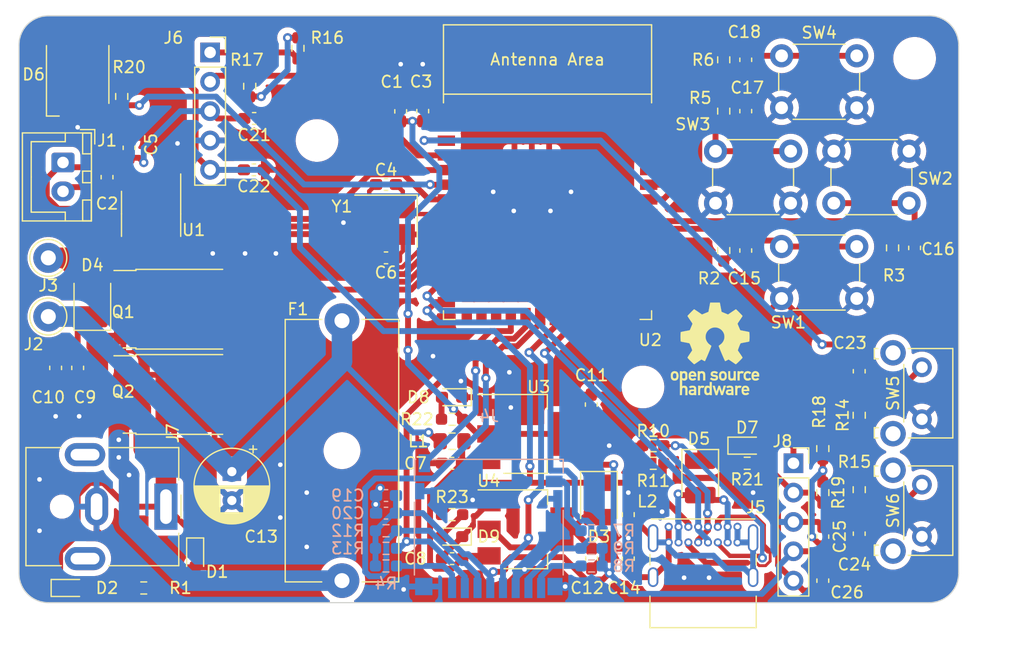
<source format=kicad_pcb>
(kicad_pcb (version 20221018) (generator pcbnew)
  (layers (0 "F.Cu" signal) (31 "B.Cu" signal) (34 "B.Paste" user) (35 "F.Paste" user) (36 "B.SilkS" user "B.Silkscreen") (37 "F.SilkS" user "F.Silkscreen") (38 "B.Mask" user) (39 "F.Mask" user) (44 "Edge.Cuts" user))
  (net 0 "")
  (net 1 "3V3_µC")
  (net 2 "PWR_IN_N")
  (net 3 "THCPL_n")
  (net 4 "THCPL_p")
  (net 5 "XTAL_P")
  (net 6 "XTAL_N")
  (net 7 "VDD")
  (net 8 "HEATER_P")
  (net 9 "Net-(D3-A)")
  (net 10 "Net-(J5-SHIELD)")
  (net 11 "HEATER_N")
  (net 12 "Net-(C18-Pad2)")
  (net 13 "+5V")
  (net 14 "PWR_IN_P")
  (net 15 "Net-(D2-A)")
  (net 16 "Net-(D5-A)")
  (net 17 "NEOPIXEL_DIN")
  (net 19 "Net-(D7-A)")
  (net 20 "Net-(D8-A)")
  (net 21 "Net-(D9-A)")
  (net 22 "Net-(Q2-S)")
  (net 23 "SD_CD")
  (net 24 "SD_CMD")
  (net 25 "SD_CLK")
  (net 26 "SD_DAT0")
  (net 27 "SD_DET")
  (net 28 "USBC_CC1")
  (net 29 "USB_Dp")
  (net 30 "USB_Dn")
  (net 31 "USBC_SBU12")
  (net 32 "USBC_CC2")
  (net 33 "HEATER_CTRL")
  (net 34 "BTN01")
  (net 35 "BTN02")
  (net 36 "BTN03")
  (net 37 "BTN04")
  (net 38 "EN")
  (net 39 "IO0")
  (net 40 "ADC_TEMP_SCK")
  (net 41 "ADC_TEMP_CS")
  (net 42 "ADC_TEMP_SO")
  (net 43 "I2C_SDA")
  (net 50 "RX0")
  (net 51 "TX0")
  (net 52 "I2C_SCL")
  (net 54 "Net-(D6-DIN)")
  (net 55 "Net-(C16-Pad2)")
  (net 56 "Net-(C17-Pad2)")
  (net 57 "Net-(C24-Pad2)")
  (net 58 "Net-(C15-Pad2)")
  (net 59 "Net-(C23-Pad2)")
  (net 60 "Net-(J4-DAT2)")
  (net 61 "Net-(J4-DAT1)")
  (net 62 "Net-(J4-DET_B)")
  (footprint "Capacitor_SMD:C_0603_1608Metric_Pad1.08x0.95mm_HandSolder" (layer "F.Cu") (at 172.72 103.505 -90)
    (fp_text reference "C12")
    (fp_text value "100n")
  )
  (footprint "Button_Switch_THT:SW_PUSH_6mm" (layer "F.Cu") (at 200.175 72.735 180)
    (fp_text reference "SW2")
    (fp_text value "µC_BTN02")
  )
  (footprint "Diode_SMD:D_1210_3225Metric_Pad1.42x2.65mm_HandSolder" (layer "F.Cu") (at 129.54 81.28 90)
    (fp_text reference "D4")
    (fp_text value "Flyback")
  )
  (footprint "Capacitor_SMD:C_0603_1608Metric_Pad1.08x0.95mm_HandSolder" (layer "F.Cu") (at 195.87 87.285 -90)
    (fp_text reference "C23")
    (fp_text value "1µ")
  )
  (footprint "LED_SMD:LED_0603_1608Metric_Pad1.05x0.95mm_HandSolder" (layer "F.Cu") (at 160.655 101.6 180)
    (fp_text reference "D9")
    (fp_text value "LED_5V")
  )
  (footprint "Resistor_SMD:R_0603_1608Metric_Pad0.98x0.95mm_HandSolder" (layer "F.Cu") (at 184.15 76.835 -90)
    (fp_text reference "R2")
    (fp_text value "0")
  )
  (footprint "Resistor_SMD:R_0603_1608Metric_Pad0.98x0.95mm_HandSolder" (layer "F.Cu") (at 178.054 93.726 180)
    (fp_text reference "R10")
    (fp_text value "5k1")
  )
  (footprint "Symbol:OSHW-Logo_7.5x8mm_SilkScreen" (layer "F.Cu") (at 183.388 85.344)
    (fp_text reference "REF**" hide)
    (fp_text value "OSHW-Logo_7.5x8mm_SilkScreen" hide)
  )
  (footprint "MountingHole:MountingHole_3.2mm_M3" (layer "F.Cu") (at 200.66 60.198)
    (fp_text reference "REF**")
    (fp_text value "MountingHole_3.2mm_M3")
  )
  (footprint "Connector_USB:USB_C_Receptacle_GCT_USB4085" (layer "F.Cu") (at 179.39 100.75)
    (fp_text reference "J5")
    (fp_text value "USB-C")
  )
  (footprint "Package_TO_SOT_SMD:SOT-223-3_TabPin2" (layer "F.Cu") (at 166.98 92.71)
    (fp_text reference "U3")
    (fp_text value "AMS1117-3.3")
  )
  (footprint "Capacitor_SMD:C_0603_1608Metric_Pad1.08x0.95mm_HandSolder" (layer "F.Cu") (at 195.87 101.346 90)
    (fp_text reference "C24")
    (fp_text value "1µ")
  )
  (footprint "Capacitor_SMD:C_0603_1608Metric_Pad1.08x0.95mm_HandSolder" (layer "F.Cu") (at 186.055 76.835 90)
    (fp_text reference "C15")
    (fp_text value "1µ")
  )
  (footprint "Resistor_SMD:R_0603_1608Metric_Pad0.98x0.95mm_HandSolder" (layer "F.Cu") (at 143.1525 62.6175 -90)
    (fp_text reference "R17")
    (fp_text value "10k")
  )
  (footprint "Capacitor_SMD:C_0603_1608Metric_Pad1.08x0.95mm_HandSolder" (layer "F.Cu") (at 143.535 65.405 180)
    (fp_text reference "C21")
    (fp_text value "10n")
  )
  (footprint "Resistor_SMD:R_0603_1608Metric_Pad0.98x0.95mm_HandSolder" (layer "F.Cu") (at 160.655 91.44 180)
    (fp_text reference "R22")
    (fp_text value "330")
  )
  (footprint "Resistor_SMD:R_0603_1608Metric_Pad0.98x0.95mm_HandSolder" (layer "F.Cu") (at 147.32 59.3325 90)
    (fp_text reference "R16")
    (fp_text value "10k")
  )
  (footprint "Capacitor_SMD:C_0603_1608Metric_Pad1.08x0.95mm_HandSolder" (layer "F.Cu") (at 126.365 86.995 -90)
    (fp_text reference "C10")
    (fp_text value "100n")
  )
  (footprint "Button_Switch_THT:SW_Tactile_SKHH_Angled" (layer "F.Cu") (at 201.295 97.1 -90)
    (fp_text reference "SW6")
    (fp_text value "µC_IO0")
  )
  (footprint "Connector_JST:JST_XH_B2B-XH-A_1x02_P2.50mm_Vertical" (layer "F.Cu") (at 127 69.215 -90)
    (fp_text reference "J1")
    (fp_text value "Thermo Coupler JST")
  )
  (footprint "Capacitor_SMD:C_0603_1608Metric_Pad1.08x0.95mm_HandSolder" (layer "F.Cu") (at 186.055 64.77 -90)
    (fp_text reference "C17")
    (fp_text value "1µ")
  )
  (footprint "Resistor_SMD:R_0603_1608Metric_Pad0.98x0.95mm_HandSolder" (layer "F.Cu") (at 178.054 95.25 180)
    (fp_text reference "R11")
    (fp_text value "5k1")
  )
  (footprint "Capacitor_SMD:C_0603_1608Metric_Pad1.08x0.95mm_HandSolder" (layer "F.Cu") (at 158.115 64.77 90)
    (fp_text reference "C3")
    (fp_text value "100n")
  )
  (footprint "Connector_Pin:Pin_D1.3mm_L11.0mm" (layer "F.Cu") (at 125.73 82.55)
    (fp_text reference "J2")
    (fp_text value "HEATER P")
  )
  (footprint "Capacitor_SMD:C_0603_1608Metric_Pad1.08x0.95mm_HandSolder" (layer "F.Cu") (at 154.94 77.47)
    (fp_text reference "C6")
    (fp_text value "12p")
  )
  (footprint "Connector_Pin:Pin_D1.3mm_L11.0mm" (layer "F.Cu") (at 125.73 77.47)
    (fp_text reference "J3")
    (fp_text value "HEATER N")
  )
  (footprint "Capacitor_SMD:C_0603_1608Metric_Pad1.08x0.95mm_HandSolder" (layer "F.Cu") (at 130.81 70.485 -90)
    (fp_text reference "C2")
    (fp_text value "10n")
  )
  (footprint "Resistor_SMD:R_0603_1608Metric_Pad0.98x0.95mm_HandSolder" (layer "F.Cu") (at 198.755 76.6075 -90)
    (fp_text reference "R3")
    (fp_text value "0")
  )
  (footprint "LED_SMD:LED_0603_1608Metric_Pad1.05x0.95mm_HandSolder" (layer "F.Cu") (at 160.655 89.535 180)
    (fp_text reference "D8")
    (fp_text value "LED_3V3")
  )
  (footprint "LED_SMD:LED_0603_1608Metric_Pad1.05x0.95mm_HandSolder" (layer "F.Cu") (at 186.175 93.726)
    (fp_text reference "D7")
    (fp_text value "LED_VBUS")
  )
  (footprint "espressif-kicad-lib:ESP32-S3-WROOM-2" (layer "F.Cu") (at 168.91 73.05)
    (fp_text reference "U2")
    (fp_text value "ESP32-S3-WROOM-2")
  )
  (footprint "Button_Switch_THT:SW_PUSH_6mm" (layer "F.Cu") (at 183.44 68.235)
    (fp_text reference "SW3")
    (fp_text value "µC_BTN03")
  )
  (footprint "Connector_PinSocket_2.54mm:PinSocket_1x05_P2.54mm_Vertical" (layer "F.Cu") (at 139.725 59.69)
    (fp_text reference "J6")
    (fp_text value "I2C")
  )
  (footprint "Diode_SMD:D_1210_3225Metric_Pad1.42x2.65mm_HandSolder" (layer "F.Cu") (at 182.118 96.52 -90)
    (fp_text reference "D5")
    (fp_text value "RevCur_USB")
  )
  (footprint "LED_SMD:LED_0603_1608Metric_Pad1.05x0.95mm_HandSolder" (layer "F.Cu") (at 127.635 106.045)
    (fp_text reference "D2")
    (fp_text value "RevCur_LED")
  )
  (footprint "Capacitor_SMD:C_0603_1608Metric_Pad1.08x0.95mm_HandSolder" (layer "F.Cu") (at 172.695 90.17 90)
    (fp_text reference "C11")
    (fp_text value "100n")
  )
  (footprint "Capacitor_SMD:C_0603_1608Metric_Pad1.08x0.95mm_HandSolder" (layer "F.Cu") (at 200.66 76.6075 90)
    (fp_text reference "C16")
    (fp_text value "1µ")
  )
  (footprint "Capacitor_SMD:C_0603_1608Metric_Pad1.08x0.95mm_HandSolder" (layer "F.Cu") (at 154.94 71.12 180)
    (fp_text reference "C4")
    (fp_text value "12p")
  )
  (footprint "Fuse:Fuseholder_Cylinder-5x20mm_Schurter_0031_8201_Horizontal_Open" (layer "F.Cu") (at 151.13 105.41 90)
    (fp_text reference "F1")
    (fp_text value "1.5A")
  )
  (footprint "Inductor_SMD:L_0805_2012Metric_Pad1.15x1.40mm_HandSolder" (layer "F.Cu") (at 160.655 93.345)
    (fp_text reference "L1")
    (fp_text value "L_Ferrite_Small")
  )
  (footprint "Package_TO_SOT_SMD:ATPAK-2" (layer "F.Cu") (at 137.16 89.295)
    (fp_text reference "Q2")
    (fp_text value "Q_PMOS_DGS")
  )
  (footprint "Capacitor_SMD:C_0603_1608Metric_Pad1.08x0.95mm_HandSolder" (layer "F.Cu") (at 143.51 69.85 180)
    (fp_text reference "C22")
    (fp_text value "10n")
  )
  (footprint "Capacitor_SMD:C_0603_1608Metric_Pad1.08x0.95mm_HandSolder" (layer "F.Cu") (at 186.055 60.325 90)
    (fp_text reference "C18")
    (fp_text value "1µ")
  )
  (footprint "Package_TO_SOT_SMD:SOT-223-3_TabPin2" (layer "F.Cu") (at 167.005 100.965)
    (fp_text reference "U4")
    (fp_text value "AMS1117-5.0")
  )
  (footprint "Button_Switch_THT:SW_PUSH_6mm" (layer "F.Cu") (at 189.155 59.98)
    (fp_text reference "SW4")
    (fp_text value "µC_BTN04")
  )
  (footprint "Resistor_SMD:R_0603_1608Metric_Pad0.98x0.95mm_HandSolder" (layer "F.Cu") (at 195.87 91.095 90)
    (fp_text reference "R14")
    (fp_text value "10k")
  )
  (footprint "Resistor_SMD:R_0603_1608Metric_Pad0.98x0.95mm_HandSolder" (layer "F.Cu") (at 195.87 97.536 -90)
    (fp_text reference "R15")
    (fp_text value "0")
  )
  (footprint "Capacitor_SMD:C_0603_1608Metric_Pad1.08x0.95mm_HandSolder" (layer "F.Cu") (at 156.21 64.79 90)
    (fp_text reference "C1")
    (fp_text value "10µ")
  )
  (footprint "Capacitor_SMD:C_0603_1608Metric_Pad1.08x0.95mm_HandSolder" (layer "F.Cu") (at 128.27 86.995 -90)
    (fp_text reference "C9")
    (fp_text value "47µ")
  )
  (footprint "Crystal:Crystal_SMD_3225-4Pin_3.2x2.5mm_HandSoldering" (layer "F.Cu") (at 154.94 74.295 180)
    (fp_text reference "Y1")
    (fp_text value "32k Hz")
  )
  (footprint "Capacitor_SMD:C_0603_1608Metric_Pad1.08x0.95mm_HandSolder" (layer "F.Cu") (at 175.895 103.505 -90)
    (fp_text reference "C14")
    (fp_text value "100n")
  )
  (footprint "Capacitor_SMD:C_0603_1608Metric_Pad1.08x0.95mm_HandSolder" (layer "F.Cu") (at 192.72 105.41 -90)
    (fp_text reference "C26")
    (fp_text value "10n")
  )
  (footprint "Capacitor_SMD:C_0603_1608Metric_Pad1.08x0.95mm_HandSolder" (layer "F.Cu") (at 132.715 67.945 90)
    (fp_text reference "C5")
    (fp_text value "100n")
  )
  (footprint "Package_TO_SOT_SMD:ATPAK-2" (layer "F.Cu") (at 137.16 81.915)
    (fp_text reference "Q1")
    (fp_text value "Heater N-FET")
  )
  (footprint "Resistor_SMD:R_0603_1608Metric_Pad0.98x0.95mm_HandSolder" (layer "F.Cu") (at 184.15 60.325 90)
    (fp_text reference "R6")
    (fp_text value "0")
  )
  (footprint "Package_SO:SOIC-8_3.9x4.9mm_P1.27mm" (layer "F.Cu") (at 134.62 73.66 -90)
    (fp_text reference "U1")
    (fp_text value "MAX31855KASA")
  )
  (footprint "Resistor_SMD:R_0603_1608Metric_Pad0.98x0.95mm_HandSolder" (layer "F.Cu") (at 192.72 97.79 90)
    (fp_text reference "R19")
    (fp_text value "10k")
  )
  (footprint "Resistor_SMD:R_0603_1608Metric_Pad0.98x0.95mm_HandSolder" (layer "F.Cu") (at 132.08 63.5 90)
    (fp_text reference "R20")
    (fp_text value "330")
  )
  (footprint "Capacitor_THT:CP_Radial_D6.3mm_P2.50mm" (layer "F.Cu") (at 141.605 95.972621 -90)
    (fp_text reference "C13")
    (fp_text value "470µ")
  )
  (footprint "MountingHole:MountingHole_3.2mm_M3" (layer "F.Cu") (at 148.971 67.31)
    (fp_text reference "REF**")
    (fp_text value "MountingHole_3.2mm_M3")
  )
  (footprint "Capacitor_SMD:C_0603_1608Metric_Pad1.08x0.95mm_HandSolder" (layer "F.Cu") (at 160.655 95.25 180)
    (fp_text reference "C7")
    (fp_text value "100n")
  )
  (footprint "Button_Switch_THT:SW_PUSH_6mm" (layer "F.Cu") (at 189.155 76.49)
    (fp_text reference "SW1")
    (fp_text value "µC_BTN01")
  )
  (footprint "Connector_BarrelJack:BarrelJack_CUI_PJ-063AH_Horizontal" (layer "F.Cu") (at 135.905 99.005 -90)
    (fp_text reference "J7")
    (fp_text value "PWR_IN")
  )
  (footprint "LED_SMD:LED_RGB_5050-6" (layer "F.Cu") (at 128.27 61.595 90)
    (fp_text reference "D6")
    (fp_text value "SK6805")
  )
  (footprint "Resistor_SMD:R_0603_1608Metric_Pad0.98x0.95mm_HandSolder" (layer "F.Cu") (at 192.72 93.98 -90)
    (fp_text reference "R18")
    (fp_text value "10k")
  )
  (footprint "Inductor_SMD:L_0603_1608Metric_Pad1.05x0.95mm_HandSolder" (layer "F.Cu") (at 175.895 99.695 90)
    (fp_text reference "L2")
    (fp_text value "Ferrite bead")
  )
  (footprint "Resistor_SMD:R_0603_1608Metric_Pad0.98x0.95mm_HandSolder" (layer "F.Cu") (at 184.15 64.77 -90)
    (fp_text reference "R5")
    (fp_text value "0")
  )
  (footprint "Capacitor_SMD:C_0603_1608Metric_Pad1.08x0.95mm_HandSolder" (layer "F.Cu") (at 160.655 103.505 180)
    (fp_text reference "C8")
    (fp_text value "100n")
  )
  (footprint "Diode_SMD:D_0603_1608Metric_Pad1.05x0.95mm_HandSolder" (layer "F.Cu") (at 138.43 103.378 -90)
    (fp_text reference "D1")
    (fp_text value "D_TVS")
  )
  (footprint "Diode_SMD:D_1210_3225Metric_Pad1.42x2.65mm_HandSolder" (layer "F.Cu") (at 173.355 98.425 -90)
    (fp_text reference "D3")
    (fp_text value "RevCur_LR")
  )
  (footprint "Resistor_SMD:R_0603_1608Metric_Pad0.98x0.95mm_HandSolder" (layer "F.Cu") (at 186.182 95.25)
    (fp_text reference "R21")
    (fp_text value "330")
  )
  (footprint "Resistor_SMD:R_0603_1608Metric_Pad0.98x0.95mm_HandSolder" (layer "F.Cu") (at 160.655 99.695)
    (fp_text reference "R23")
    (fp_text value "330")
  )
  (footprint "Connector_PinSocket_2.54mm:PinSocket_1x05_P2.54mm_Vertical" (layer "F.Cu") (at 190.18 95.25)
    (fp_text reference "J8")
    (fp_text value "Serial")
  )
  (footprint "Capacitor_SMD:C_0603_1608Metric_Pad1.08x0.95mm_HandSolder" (layer "F.Cu") (at 192.72 101.6 -90)
    (fp_text reference "C25")
    (fp_text value "10n")
  )
  (footprint "Resistor_SMD:R_0603_1608Metric_Pad0.98x0.95mm_HandSolder" (layer "F.Cu") (at 133.985 106.045)
    (fp_text reference "R1")
    (fp_text value "330")
  )
  (footprint "Button_Switch_THT:SW_Tactile_SKHH_Angled" (layer "F.Cu") (at 201.295 86.94 -90)
    (fp_text reference "SW5")
    (fp_text value "µC_EN")
  )
  (footprint "MountingHole:MountingHole_3.2mm_M3" (layer "F.Cu") (at 177.165 88.646)
    (fp_text reference "REF**")
    (fp_text value "MountingHole_3.2mm_M3")
  )
  (footprint "Resistor_SMD:R_0603_1608Metric_Pad0.98x0.95mm_HandSolder" (layer "B.Cu") (at 154.94 101.092 180)
    (fp_text reference "R12")
    (fp_text value "330")
  )
  (footprint "Resistor_SMD:R_0603_1608Metric_Pad0.98x0.95mm_HandSolder" (layer "B.Cu") (at 154.94 102.616 180)
    (fp_text reference "R13")
    (fp_text value "330")
  )
  (footprint "Capacitor_SMD:C_0603_1608Metric_Pad1.08x0.95mm_HandSolder" (layer "B.Cu") (at 154.94 98.044 180)
    (fp_text reference "C19")
    (fp_text value "4µ7")
  )
  (footprint "Resistor_SMD:R_0603_1608Metric_Pad0.98x0.95mm_HandSolder" (layer "B.Cu") (at 172.72 102.616)
    (fp_text reference "R9")
    (fp_text value "330")
  )
  (footprint "Connector_Card:microSD_HC_Hirose_DM3D-SF" (layer "B.Cu") (at 163.83 100.695 180)
    (fp_text reference "J4")
    (fp_text value "Micro_SD")
  )
  (footprint "Resistor_SMD:R_0603_1608Metric_Pad0.98x0.95mm_HandSolder" (layer "B.Cu") (at 154.94 104.14 180)
    (fp_text reference "R4")
    (fp_text value "330")
  )
  (footprint "Resistor_SMD:R_0603_1608Metric_Pad0.98x0.95mm_HandSolder" (layer "B.Cu") (at 172.72 101.092 180)
    (fp_text reference "R7")
    (fp_text value "330")
  )
  (footprint "Resistor_SMD:R_0603_1608Metric_Pad0.98x0.95mm_HandSolder" (layer "B.Cu") (at 172.72 104.14)
    (fp_text reference "R8")
    (fp_text value "330")
  )
  (footprint "Capacitor_SMD:C_0603_1608Metric_Pad1.08x0.95mm_HandSolder" (layer "B.Cu") (at 154.94 99.568 180)
    (fp_text reference "C20")
    (fp_text value "100n")
  )
  (gr_arc (start 123.19 59.055) (mid 123.933949 57.258949) (end 125.73 56.515) (stroke (width 0.1)) (layer "Edge.Cuts"))
  (gr_arc (start 204.47 104.775) (mid 203.726051 106.571051) (end 201.93 107.315) (stroke (width 0.1)) (layer "Edge.Cuts"))
  (gr_line (start 123.19 104.775) (end 123.19 59.055) (stroke (width 0.1)) (layer "Edge.Cuts"))
  (gr_line (start 201.93 107.315) (end 125.73 107.315) (stroke (width 0.1)) (layer "Edge.Cuts"))
  (gr_line (start 204.47 59.055) (end 204.47 104.775) (stroke (width 0.1)) (layer "Edge.Cuts"))
  (gr_arc (start 125.73 107.315) (mid 123.933949 106.571051) (end 123.19 104.775) (stroke (width 0.1)) (layer "Edge.Cuts"))
  (gr_line (start 125.73 56.515) (end 201.93 56.515) (stroke (width 0.1)) (layer "Edge.Cuts"))
  (gr_arc (start 201.93 56.515) (mid 203.726051 57.258949) (end 204.47 59.055) (stroke (width 0.1)) (layer "Edge.Cuts"))
  (segment (start 156.21 65.6525) (end 157.226 65.6525) (width 0.508) (layer "F.Cu") (net 1))
  (segment (start 165.2582 103.8548) (end 165.735 103.378) (width 0.508) (layer "F.Cu") (net 1))
  (segment (start 174.625 95.377) (end 172.797 95.377) (width 0.508) (layer "F.Cu") (net 1))
  (segment (start 192.3125 102.87) (end 192.72 102.4625) (width 0.508) (layer "F.Cu") (net 1))
  (segment (start 171.80525 91.92225) (end 172.695 91.0325) (width 0.508) (layer "F.Cu") (net 1))
  (segment (start 192.72 95.885) (end 192.72 94.8925) (width 0.508) (layer "F.Cu") (net 1))
  (segment (start 143.1525 63.53) (end 143.1525 64.925) (width 0.508) (layer "F.Cu") (net 1))
  (segment (start 163.83 92.71) (end 170.13 92.71) (width 0.508) (layer "F.Cu") (net 1))
  (segment (start 172.797 95.377) (end 170.13 92.71) (width 0.508) (layer "F.Cu") (net 1))
  (segment (start 170.13 92.71) (end 171.0175 92.71) (width 0.508) (layer "F.Cu") (net 1))
  (segment (start 171.0175 92.71) (end 171.80525 91.92225) (width 0.508) (layer "F.Cu") (net 1))
  (segment (start 140.36 65.405) (end 139.725 64.77) (width 0.508) (layer "F.Cu") (net 1))
  (segment (start 158.095 65.6525) (end 158.115 65.6325) (width 0.508) (layer "F.Cu") (net 1))
  (segment (start 133.5775 68.8075) (end 133.985 69.215) (width 0.508) (layer "F.Cu") (net 1))
  (segment (start 172.217113 105.3082) (end 173.7108 105.3082) (width 0.508) (layer "F.Cu") (net 1))
  (segment (start 164.211 104.648) (end 165.0284 104.648) (width 0.508) (layer "F.Cu") (net 1))
  (segment (start 165.735 103.378) (end 170.286913 103.378) (width 0.508) (layer "F.Cu") (net 1))
  (segment (start 158.5425 66.06) (end 160.16 66.06) (width 0.508) (layer "F.Cu") (net 1))
  (segment (start 165.2582 104.4182) (end 165.2582 103.8548) (width 0.508) (layer "F.Cu") (net 1))
  (segment (start 157.226 65.6525) (end 158.095 65.6525) (width 0.508) (layer "F.Cu") (net 1))
  (segment (start 156.845 85.471) (end 156.845 82.296) (width 0.508) (layer "F.Cu") (net 1))
  (segment (start 132.715 71.185) (end 132.715 68.8075) (width 0.508) (layer "F.Cu") (net 1))
  (segment (start 190.18 102.87) (end 192.3125 102.87) (width 0.508) (layer "F.Cu") (net 1))
  (segment (start 162.8375 92.71) (end 161.5675 91.44) (width 0.508) (layer "F.Cu") (net 1))
  (segment (start 173.7108 105.3082) (end 174.25575 104.76325) (width 0.508) (layer "F.Cu") (net 1))
  (segment (start 147.32 58.42) (end 148.9775 58.42) (width 0.508) (layer "F.Cu") (net 1))
  (segment (start 142.6725 65.405) (end 140.36 65.405) (width 0.508) (layer "F.Cu") (net 1))
  (segment (start 192.72 96.8775) (end 192.72 95.885) (width 0.508) (layer "F.Cu") (net 1))
  (segment (start 143.1525 64.925) (end 142.6725 65.405) (width 0.508) (layer "F.Cu") (net 1))
  (segment (start 192.6325 102.4625) (end 191.77 101.6) (width 0.508) (layer "F.Cu") (net 1))
  (segment (start 148.9775 58.42) (end 156.21 65.6525) (width 0.508) (layer "F.Cu") (net 1))
  (segment (start 165.0284 104.648) (end 165.2582 104.4182) (width 0.508) (layer "F.Cu") (net 1))
  (segment (start 143.1825 63.5) (end 143.1525 63.53) (width 0.508) (layer "F.Cu") (net 1))
  (segment (start 163.83 92.71) (end 162.8375 92.71) (width 0.508) (layer "F.Cu") (net 1))
  (segment (start 158.115 65.6325) (end 158.5425 66.06) (width 0.508) (layer "F.Cu") (net 1))
  (segment (start 161.5675 91.3365) (end 160.782 90.551) (width 0.508) (layer "F.Cu") (net 1))
  (segment (start 147.32 58.42) (end 146.431 58.42) (width 0.508) (layer "F.Cu") (net 1))
  (segment (start 144.145 63.5) (end 143.1825 63.5) (width 0.508) (layer "F.Cu") (net 1))
  (segment (start 132.715 68.8075) (end 133.5775 68.8075) (width 0.508) (layer "F.Cu") (net 1))
  (segment (start 170.286913 103.378) (end 172.217113 105.3082) (width 0.508) (layer "F.Cu") (net 1))
  (segment (start 161.5675 91.44) (end 161.5675 91.3365) (width 0.508) (layer "F.Cu") (net 1))
  (segment (start 192.72 102.4625) (end 192.6325 102.4625) (width 0.508) (layer "F.Cu") (net 1))
  (via (at 174.625 95.377) (size 0.8) (drill 0.4) (layers "F.Cu" "B.Cu") (net 1))
  (via (at 133.985 69.215) (size 0.8) (drill 0.4) (layers "F.Cu" "B.Cu") (net 1))
  (via (at 156.845 82.296) (size 0.8) (drill 0.4) (layers "F.Cu" "B.Cu") (net 1))
  (via (at 160.782 90.551) (size 0.8) (drill 0.4) (layers "F.Cu" "B.Cu") (net 1))
  (via (at 156.845 85.471) (size 0.8) (drill 0.4) (layers "F.Cu" "B.Cu") (net 1))
  (via (at 174.25575 104.76325) (size 0.8) (drill 0.4) (layers "F.Cu" "B.Cu") (net 1))
  (via (at 164.211 104.648) (size 0.8) (drill 0.4) (layers "F.Cu" "B.Cu") (net 1))
  (via (at 157.226 65.6525) (size 0.8) (drill 0.4) (layers "F.Cu" "B.Cu") (net 1))
  (via (at 191.77 101.6) (size 0.8) (drill 0.4) (layers "F.Cu" "B.Cu") (net 1))
  (via (at 146.431 58.42) (size 0.8) (drill 0.4) (layers "F.Cu" "B.Cu") (net 1))
  (via (at 192.72 95.885) (size 0.8) (drill 0.4) (layers "F.Cu" "B.Cu") (net 1))
  (via (at 144.145 63.5) (size 0.8) (drill 0.4) (layers "F.Cu" "B.Cu") (net 1))
  (segment (start 155.8025 99.568) (end 155.5515 99.568) (width 0.508) (layer "B.Cu") (net 1))
  (segment (start 137.16 64.77) (end 139.725 64.77) (width 0.508) (layer "B.Cu") (net 1))
  (segment (start 174.25575 104.76325) (end 173.6325 104.14) (width 0.508) (layer "B.Cu") (net 1))
  (segment (start 174.625 95.377) (end 174.625 104.394) (width 0.508) (layer "B.Cu") (net 1))
  (segment (start 158.115 99.568) (end 161.671 103.124) (width 0.508) (layer "B.Cu") (net 1))
  (segment (start 157.226 67.437) (end 157.226 65.6525) (width 0.508) (layer "B.Cu") (net 1))
  (segment (start 159.5532 71.452697) (end 159.5532 69.7642) (width 0.508) (layer "B.Cu") (net 1))
  (segment (start 190.18 102.87) (end 188.9268 104.1232) (width 0.508) (layer "B.Cu") (net 1))
  (segment (start 156.845 86.614) (end 156.845 85.471) (width 0.508) (layer "B.Cu") (net 1))
  (segment (start 156.845 74.160897) (end 159.5532 71.452697) (width 0.508) (layer "B.Cu") (net 1))
  (segment (start 154.0275 101.092) (end 154.0275 104.14) (width 0.508) (layer "B.Cu") (net 1))
  (segment (start 161.671 103.124) (end 162.052 103.124) (width 0.508) (layer "B.Cu") (net 1))
  (segment (start 191.77 101.6) (end 191.77 96.835) (width 0.508) (layer "B.Cu") (net 1))
  (segment (start 160.782 90.551) (end 156.845 86.614) (width 0.508) (layer "B.Cu") (net 1))
  (segment (start 187.452 106.553) (end 176.0455 106.553) (width 0.508) (layer "B.Cu") (net 1))
  (segment (start 146.431 58.42) (end 146.431 61.214) (width 0.508) (layer "B.Cu") (net 1))
  (segment (start 155.8025 99.568) (end 158.115 99.568) (width 0.508) (layer "B.Cu") (net 1))
  (segment (start 174.625 104.394) (end 174.25575 104.76325) (width 0.508) (layer "B.Cu") (net 1))
  (segment (start 188.9268 105.0782) (end 187.452 106.553) (width 0.508) (layer "B.Cu") (net 1))
  (segment (start 133.985 67.945) (end 137.16 64.77) (width 0.508) (layer "B.Cu") (net 1))
  (segment (start 191.77 96.835) (end 192.72 95.885) (width 0.508) (layer "B.Cu") (net 1))
  (segment (start 163.955 105.027) (end 163.955 106.045) (width 0.508) (layer "B.Cu") (net 1))
  (segment (start 156.845 82.296) (end 156.845 74.160897) (width 0.508) (layer "B.Cu") (net 1))
  (segment (start 188.9268 104.1232) (end 188.9268 105.0782) (width 0.508) (layer "B.Cu") (net 1))
  (segment (start 176.0455 106.553) (end 174.25575 104.76325) (width 0.508) (layer "B.Cu") (net 1))
  (segment (start 146.431 61.214) (end 144.145 63.5) (width 0.508) (layer "B.Cu") (net 1))
  (segment (start 163.955 105.027) (end 163.955 104.904) (width 0.508) (layer "B.Cu") (net 1))
  (segment (start 159.5532 69.7642) (end 157.226 67.437) (width 0.508) (layer "B.Cu") (net 1))
  (segment (start 133.985 69.215) (end 133.985 67.945) (width 0.508) (layer "B.Cu") (net 1))
  (segment (start 163.955 104.904) (end 164.211 104.648) (width 0.508) (layer "B.Cu") (net 1))
  (segment (start 162.052 103.124) (end 163.955 105.027) (width 0.508) (layer "B.Cu") (net 1))
  (segment (start 155.8025 98.044) (end 155.8025 99.568) (width 0.508) (layer "B.Cu") (net 1))
  (segment (start 155.5515 99.568) (end 154.0275 101.092) (width 0.508) (layer "B.Cu") (net 1))
  (segment (start 173.6325 102.616) (end 173.6325 104.14) (width 0.508) (layer "B.Cu") (net 1))
  (segment (start 190.18 100.33) (end 192.3125 100.33) (width 0.508) (layer "F.Cu") (net 2))
  (segment (start 153.49 73.145) (end 153.49 71.7075) (width 0.381) (layer "F.Cu") (net 2))
  (segment (start 134.8975 106.045) (end 136.765 106.045) (width 0.508) (layer "F.Cu") (net 2))
  (segment (start 153.94 73.145) (end 153.49 73.145) (width 0.381) (layer "F.Cu") (net 2))
  (segment (start 156.24 75.445) (end 153.94 73.145) (width 0.381) (layer "F.Cu") (net 2))
  (segment (start 174.445 102.6425) (end 175.895 102.6425) (width 0.508) (layer "F.Cu") (net 2))
  (segment (start 192.3125 100.33) (end 192.72 100.7375) (width 0.508) (layer "F.Cu") (net 2))
  (segment (start 159.131 95.25) (end 158.242 95.25) (width 0.508) (layer "F.Cu") (net 2))
  (segment (start 162.5153 100.574646) (end 162.5153 100.0047) (width 0.381) (layer "F.Cu") (net 2))
  (segment (start 162.4518 100.6782) (end 162.4518 100.574646) (width 0.508) (layer "F.Cu") (net 2))
  (segment (start 161.53 101.6) (end 162.4518 100.6782) (width 0.508) (layer "F.Cu") (net 2))
  (segment (start 162.955 89.535) (end 163.83 90.41) (width 0.508) (layer "F.Cu") (net 2))
  (segment (start 138.43 104.38) (end 136.765 106.045) (width 0.508) (layer "F.Cu") (net 2))
  (segment (start 134.8975 106.045) (end 129.905 101.0525) (width 0.508) (layer "F.Cu") (net 2))
  (segment (start 177.1415 93.726) (end 174.244 93.726) (width 0.508) (layer "F.Cu") (net 2))
  (segment (start 153.49 71.7075) (end 154.0775 71.12) (width 0.381) (layer "F.Cu") (net 2))
  (segment (start 161.53 89.535) (end 161.53 88.251) (width 0.508) (layer "F.Cu") (net 2))
  (segment (start 152.534 73.145) (end 151.257 74.422) (width 0.381) (layer "F.Cu") (net 2))
  (segment (start 178.195 98.82) (end 178.816 99.441) (width 0.508) (layer "F.Cu") (net 2))
  (segment (start 153.49 73.145) (end 152.534 73.145) (width 0.381) (layer "F.Cu") (net 2))
  (segment (start 156.39 76.8825) (end 155.8025 77.47) (width 0.381) (layer "F.Cu") (net 2))
  (segment (start 138.43 104.253) (end 138.43 104.38) (width 0.508) (layer "F.Cu") (net 2))
  (segment (start 162.7082 99.8118) (end 162.5153 99.8118) (width 0.508) (layer "F.Cu") (net 2))
  (segment (start 175.895 102.6425) (end 175.895 101.727) (width 0.508) (layer "F.Cu") (net 2))
  (segment (start 156.39 75.445) (end 156.24 75.445) (width 0.381) (layer "F.Cu") (net 2))
  (segment (start 159.7925 103.3375) (end 161.53 101.6) (width 0.508) (layer "F.Cu") (net 2))
  (segment (start 129.905 101.0525) (end 129.905 99.005) (width 0.508) (layer "F.Cu") (net 2))
  (segment (start 159.7925 103.505) (end 159.7925 103.3375) (width 0.508) (layer "F.Cu") (net 2))
  (segment (start 161.53 101.6) (end 161.53 101.559946) (width 0.381) (layer "F.Cu") (net 2))
  (segment (start 161.53 88.251) (end 161.417 88.138) (width 0.508) (layer "F.Cu") (net 2))
  (segment (start 172.72 104.3675) (end 174.445 102.6425) (width 0.508) (layer "F.Cu") (net 2))
  (segment (start 162.673 98.665) (end 162.433 98.425) (width 0.381) (layer "F.Cu") (net 2))
  (segment (start 175.895 98.82) (end 175.895 97.79) (width 0.508) (layer "F.Cu") (net 2))
  (segment (start 161.53 89.535) (end 162.955 89.535) (width 0.508) (layer "F.Cu") (net 2))
  (segment (start 162.5153 100.0047) (end 163.855 98.665) (width 0.381) (layer "F.Cu") (net 2))
  (segment (start 159.7925 95.25) (end 159.131 95.25) (width 0.508) (layer "F.Cu") (net 2))
  (segment (start 163.855 98.665) (end 162.673 98.665) (width 0.381) (layer "F.Cu") (net 2))
  (segment (start 156.39 75.445) (end 156.39 76.8825) (width 0.381) (layer "F.Cu") (net 2))
  (segment (start 175.895 98.82) (end 178.195 98.82) (width 0.508) (layer "F.Cu") (net 2))
  (segment (start 163.855 98.665) (end 162.7082 99.8118) (width 0.508) (layer "F.Cu") (net 2))
  (segment (start 161.53 101.559946) (end 162.5153 100.574646) (width 0.381) (layer "F.Cu") (net 2))
  (via (at 170.434 105.918) (size 0.8) (drill 0.4) (layers "F.Cu" "B.Cu") (net 2))
  (via (at 180.721 105.156) (size 0.8) (drill 0.4) (layers "F.Cu" "B.Cu") (net 2))
  (via (at 170.942 71.755) (size 0.8) (drill 0.4) (layers "F.Cu" "B.Cu") (net 2))
  (via (at 128.27 66.167) (size 0.8) (drill 0.4) (layers "F.Cu" "B.Cu") (net 2))
  (via (at 145.415 77.089) (size 0.8) (drill 0.4) (layers "F.Cu" "B.Cu") (net 2))
  (via (at 151.257 74.422) (size 0.8) (drill 0.4) (layers "F.Cu" "B.Cu") (net 2))
  (via (at 124.968 96.647) (size 0.8) (drill 0.4) (layers "F.Cu" "B.Cu") (net 2))
  (via (at 162.433 98.425) (size 0.8) (drill 0.4) (layers "F.Cu" "B.Cu") (net 2))
  (via (at 156.21 60.706) (size 0.8) (drill 0.4) (layers "F.Cu" "B.Cu") (net 2))
  (via (at 158.115 60.706) (size 0.8) (drill 0.4) (layers "F.Cu" "B.Cu") (net 2))
  (via (at 148.082 102.489) (size 0.8) (drill 0.4) (layers "F.Cu" "B.Cu") (net 2))
  (via (at 165.989 73.406) (size 0.8) (drill 0.4) (layers "F.Cu" "B.Cu") (net 2))
  (via (at 174.244 93.726) (size 0.8) (drill 0.4) (layers "F.Cu" "B.Cu") (net 2))
  (via (at 164.211 71.755) (size 0.8) (drill 0.4) (layers "F.Cu" "B.Cu") (net 2))
  (via (at 145.796 95.377) (size 0.8) (drill 0.4) (layers "F.Cu" "B.Cu") (net 2))
  (via (at 148.082 97.79) (size 0.8) (drill 0.4) (layers "F.Cu" "B.Cu") (net 2))
  (via (at 159.004 85.979) (size 0.8) (drill 0.4) (layers "F.Cu" "B.Cu") (net 2))
  (via (at 145.796 99.949) (size 0.8) (drill 0.4) (layers "F.Cu" "B.Cu") (net 2))
  (via (at 175.895 97.79) (size 0.8) (drill 0.4) (layers "F.Cu" "B.Cu") (net 2))
  (via (at 166.916344 104.432344) (size 0.8) (drill 0.4) (layers "F.Cu" "B.Cu") (net 2))
  (via (at 186.69 97.79) (size 0.8) (drill 0.4) (layers "F.Cu" "B.Cu") (net 2))
  (via (at 161.417 88.138) (size 0.8) (drill 0.4) (layers "F.Cu" "B.Cu") (net 2))
  (via (at 182.88 105.156) (size 0.8) (drill 0.4) (layers "F.Cu" "B.Cu") (net 2))
  (via (at 126.365 91.186) (size 0.8) (drill 0.4) (layers "F.Cu" "B.Cu") (net 2))
  (via (at 136.906 67.564) (size 0.8) (drill 0.4) (layers "F.Cu" "B.Cu") (net 2))
  (via (at 139.954 77.089) (size 0.8) (drill 0.4) (layers "F.Cu" "B.Cu") (net 2))
  (via (at 142.748 77.089) (size 0.8) (drill 0.4) (layers "F.Cu" "B.Cu") (net 2))
  (via (at 156.464 106.172) (size 0.8) (drill 0.4) (layers "F.Cu" "B.Cu") (net 2))
  (via (at 169.164 73.406) (size 0.8) (drill 0.4) (layers "F.Cu" "B.Cu") (net 2))
  (via (at 154.432 97.409) (size 0.8) (drill 0.4) (layers "F.Cu" "B.Cu") (net 2))
  (via (at 165.735 90.424) (size 0.8) (drill 0.4) (layers "F.Cu" "B.Cu") (net 2))
  (via (at 154.051 98.806) (size 0.8) (drill 0.4) (layers "F.Cu" "B.Cu") (net 2))
  (via (at 124.968 101.092) (size 0.8) (drill 0.4) (layers "F.Cu" "B.Cu") (net 2))
  (via (at 128.397 91.186) (size 0.8) (drill 0.4) (layers "F.Cu" "B.Cu") (net 2))
  (via (at 178.816 99.441) (size 0.8) (drill 0.4) (layers "F.Cu" "B.Cu") (net 2))
  (via (at 175.895 101.727) (size 0.8) (drill 0.4) (layers "F.Cu" "B.Cu") (net 2))
  (via (at 165.608 87.376) (size 0.8) (drill 0.4) (layers "F.Cu" "B.Cu") (net 2))
  (segment (start 156.716 105.92) (end 156.464 106.172) (width 0.508) (layer "B.Cu") (net 2))
  (segment (start 157.855 97.67) (end 159.759 97.67) (width 0.508) (layer "B.Cu") (net 2))
  (segment (start 166.155 105.193688) (end 166.155 106.045) (width 0.508) (layer "B.Cu") (net 2))
  (segment (start 154.0775 98.044) (end 154.0775 97.7635) (width 0.508) (layer "B.Cu") (net 2))
  (segment (start 173.6325 99.8455) (end 173.101 99.314) (width 0.508) (layer "B.Cu") (net 2))
  (segment (start 158.205 105.92) (end 156.716 105.92) (width 0.508) (layer "B.Cu") (net 2))
  (segment (start 170.434 105.918) (end 169.557 105.918) (width 0.508) (layer "B.Cu") (net 2))
  (segment (start 190.18 100.33) (end 188.722 100.33) (width 0.508) (layer "B.Cu") (net 2))
  (segment (start 169.805 100.705) (end 169.805 98.32) (width 0.508) (layer "B.Cu") (net 2))
  (segment (start 188.722 100.33) (end 188.468 100.076) (width 0.508) (layer "B.Cu") (net 2))
  (segment (start 169.805 101.749456) (end 167.122112 104.432344) (width 0.508) (layer "B.Cu") (net 2))
  (segment (start 159.759 97.67) (end 160.274 97.155) (width 0.508) (layer "B.Cu") (net 2))
  (segment (start 188.468 99.568) (end 186.69 97.79) (width 0.508) (layer "B.Cu") (net 2))
  (segment (start 166.916344 104.432344) (end 166.155 105.193688) (width 0.508) (layer "B.Cu") (net 2))
  (segment (start 173.6325 101.092) (end 173.6325 99.8455) (width 0.508) (layer "B.Cu") (net 2))
  (segment (start 188.468 100.076) (end 188.468 99.568) (width 0.508) (layer "B.Cu") (net 2))
  (segment (start 167.122112 104.432344) (end 166.916344 104.432344) (width 0.508) (layer "B.Cu") (net 2))
  (segment (start 169.805 100.705) (end 169.805 101.749456) (width 0.508) (layer "B.Cu") (net 2))
  (segment (start 154.0775 99.568) (end 154.0775 98.044) (width 0.508) (layer "B.Cu") (net 2))
  (segment (start 169.557 105.918) (end 169.555 105.92) (width 0.508) (layer "B.Cu") (net 2))
  (segment (start 154.0775 97.7635) (end 154.432 97.409) (width 0.508) (layer "B.Cu") (net 2))
  (segment (start 135.255 71.755) (end 135.255 71.185) (width 0.508) (layer "F.Cu") (net 3))
  (segment (start 133.7896 73.2204) (end 135.255 71.755) (width 0.508) (layer "F.Cu") (net 3))
  (segment (start 125.5968 70.6182) (end 125.5968 72.234092) (width 0.508) (layer "F.Cu") (net 3))
  (segment (start 126.583108 73.2204) (end 133.7896 73.2204) (width 0.508) (layer "F.Cu") (net 3))
  (segment (start 127.4075 69.6225) (end 127 69.215) (width 0.508) (layer "F.Cu") (net 3))
  (segment (start 127 69.215) (end 125.5968 70.6182) (width 0.508) (layer "F.Cu") (net 3))
  (segment (start 130.81 69.6225) (end 127.4075 69.6225) (width 0.508) (layer "F.Cu") (net 3))
  (segment (start 125.5968 72.234092) (end 126.583108 73.2204) (width 0.508) (layer "F.Cu") (net 3))
  (segment (start 133.094143 72.5632) (end 132.0257 72.5632) (width 0.508) (layer "F.Cu") (net 4))
  (segment (start 133.985 71.185) (end 133.985 71.672343) (width 0.508) (layer "F.Cu") (net 4))
  (segment (start 127.3675 71.3475) (end 127 71.715) (width 0.508) (layer "F.Cu") (net 4))
  (segment (start 133.985 71.672343) (end 133.094143 72.5632) (width 0.508) (layer "F.Cu") (net 4))
  (segment (start 132.0257 72.5632) (end 130.81 71.3475) (width 0.508) (layer "F.Cu") (net 4))
  (segment (start 130.81 71.3475) (end 127.3675 71.3475) (width 0.508) (layer "F.Cu") (net 4))
  (segment (start 156.39 73.145) (end 156.925 73.68) (width 0.381) (layer "F.Cu") (net 5))
  (segment (start 156.39 73.145) (end 156.39 71.7075) (width 0.381) (layer "F.Cu") (net 5))
  (segment (start 156.39 71.7075) (end 155.8025 71.12) (width 0.381) (layer "F.Cu") (net 5))
  (segment (start 156.925 73.68) (end 160.16 73.68) (width 0.381) (layer "F.Cu") (net 5))
  (segment (start 153.49 76.8825) (end 154.0775 77.47) (width 0.381) (layer "F.Cu") (net 6))
  (segment (start 156.341584 78.2847) (end 159.676284 74.95) (width 0.381) (layer "F.Cu") (net 6))
  (segment (start 154.0775 77.47) (end 154.8922 78.2847) (width 0.381) (layer "F.Cu") (net 6))
  (segment (start 159.676284 74.95) (end 160.16 74.95) (width 0.381) (layer "F.Cu") (net 6))
  (segment (start 153.49 75.445) (end 153.49 76.8825) (width 0.381) (layer "F.Cu") (net 6))
  (segment (start 154.8922 78.2847) (end 156.341584 78.2847) (width 0.381) (layer "F.Cu") (net 6))
  (segment (start 161.53 95.2375) (end 161.5175 95.25) (width 0.508) (layer "F.Cu") (net 7))
  (segment (start 161.5175 103.505) (end 160.6393 104.3832) (width 0.508) (layer "F.Cu") (net 7))
  (segment (start 160.6393 104.3832) (end 159.227113 104.3832) (width 0.508) (layer "F.Cu") (net 7))
  (segment (start 161.53 93.345) (end 161.53 95.2375) (width 0.508) (layer "F.Cu") (net 7))
  (segment (start 161.7575 103.265) (end 161.5175 103.505) (width 0.508) (layer "F.Cu") (net 7))
  (segment (start 163.855 103.265) (end 161.7575 103.265) (width 0.508) (layer "F.Cu") (net 7))
  (segment (start 163.59 95.25) (end 163.83 95.01) (width 0.508) (layer "F.Cu") (net 7))
  (segment (start 158.75 98.0175) (end 161.5175 95.25) (width 0.508) (layer "F.Cu") (net 7))
  (segment (start 159.227113 104.3832) (end 158.75 103.906087) (width 0.508) (layer "F.Cu") (net 7))
  (segment (start 158.75 103.906087) (end 158.75 98.0175) (width 0.508) (layer "F.Cu") (net 7))
  (segment (start 161.5175 95.25) (end 163.59 95.25) (width 0.508) (layer "F.Cu") (net 7))
  (segment (start 129.3225 82.55) (end 129.54 82.7675) (width 1.778) (layer "F.Cu") (net 8))
  (segment (start 125.73 82.55) (end 128.27 82.55) (width 1.778) (layer "F.Cu") (net 8))
  (segment (start 126.365 86.1325) (end 128.27 86.1325) (width 0.508) (layer "F.Cu") (net 8))
  (segment (start 128.27 82.55) (end 129.3225 82.55) (width 1.778) (layer "F.Cu") (net 8))
  (segment (start 128.27 86.1325) (end 128.27 82.55) (width 0.508) (layer "F.Cu") (net 8))
  (segment (start 159.63 93.345) (end 159.385 93.345) (width 0.508) (layer "F.Cu") (net 8))
  (segment (start 159.385 93.345) (end 158.623 92.583) (width 0.508) (layer "F.Cu") (net 8))
  (via (at 158.623 92.583) (size 0.8) (drill 0.4) (layers "F.Cu" "B.Cu") (net 8))
  (segment (start 151.13 82.91) (end 151.13 86.447621) (width 1.778) (layer "B.Cu") (net 8))
  (segment (start 128.182379 82.55) (end 141.605 95.972621) (width 1.778) (layer "B.Cu") (net 8))
  (segment (start 157.265379 92.583) (end 151.13 86.447621) (width 0.508) (layer "B.Cu") (net 8))
  (segment (start 158.623 92.583) (end 157.265379 92.583) (width 0.508) (layer "B.Cu") (net 8))
  (segment (start 151.13 86.447621) (end 141.605 95.972621) (width 1.778) (layer "B.Cu") (net 8))
  (segment (start 125.73 82.55) (end 128.182379 82.55) (width 1.778) (layer "B.Cu") (net 8))
  (segment (start 171.0425 100.965) (end 172.72 102.6425) (width 0.508) (layer "F.Cu") (net 9))
  (segment (start 164.1114 100.965) (end 163.855 100.965) (width 0.508) (layer "F.Cu") (net 9))
  (segment (start 170.155 100.965) (end 168.5898 102.5302) (width 0.508) (layer "F.Cu") (net 9))
  (segment (start 172.095 99.9125) (end 171.0425 100.965) (width 0.508) (layer "F.Cu") (net 9))
  (segment (start 165.6766 102.5302) (end 164.1114 100.965) (width 0.508) (layer "F.Cu") (net 9))
  (segment (start 170.155 100.965) (end 171.0425 100.965) (width 0.508) (layer "F.Cu") (net 9))
  (segment (start 168.5898 102.5302) (end 165.6766 102.5302) (width 0.508) (layer "F.Cu") (net 9))
  (segment (start 173.355 99.9125) (end 172.095 99.9125) (width 0.508) (layer "F.Cu") (net 9))
  (segment (start 178.04 105.11) (end 176.6375 105.11) (width 0.508) (layer "F.Cu") (net 10))
  (segment (start 179.39 100.75) (end 179.39 102.1) (width 0.508) (layer "F.Cu") (net 10))
  (segment (start 175.895 100.57) (end 176.88 100.57) (width 0.508) (layer "F.Cu") (net 10))
  (segment (start 176.6375 105.11) (end 175.895 104.3675) (width 0.508) (layer "F.Cu") (net 10))
  (segment (start 176.88 100.57) (end 178.04 101.73) (width 0.508) (layer "F.Cu") (net 10))
  (segment (start 179.39 102.1) (end 179.39 103.76) (width 0.508) (layer "F.Cu") (net 10))
  (segment (start 179.39 103.76) (end 178.04 105.11) (width 0.508) (layer "F.Cu") (net 10))
  (segment (start 185.34 102.1) (end 185.34 100.75) (width 0.508) (layer "B.Cu") (net 10))
  (segment (start 186.69 105.11) (end 186.69 101.73) (width 0.508) (layer "B.Cu") (net 10))
  (segment (start 185.9328 104.3528) (end 184.3628 104.3528) (width 0.508) (layer "B.Cu") (net 10))
  (segment (start 179.39 102.594974) (end 179.39 102.1) (width 0.508) (layer "B.Cu") (net 10))
  (segment (start 186.69 105.11) (end 185.9328 104.3528) (width 0.508) (layer "B.Cu") (net 10))
  (segment (start 184.3628 104.3528) (end 183.261 103.251) (width 0.508) (layer "B.Cu") (net 10))
  (segment (start 180.046026 103.251) (end 179.39 102.594974) (width 0.508) (layer "B.Cu") (net 10))
  (segment (start 185.34 102.1) (end 186.32 102.1) (width 0.508) (layer "B.Cu") (net 10))
  (segment (start 186.32 102.1) (end 186.69 101.73) (width 0.508) (layer "B.Cu") (net 10))
  (segment (start 183.261 103.251) (end 180.046026 103.251) (width 0.508) (layer "B.Cu") (net 10))
  (segment (start 178.41 102.1) (end 178.04 101.73) (width 0.508) (layer "B.Cu") (net 10))
  (segment (start 179.39 102.1) (end 178.41 102.1) (width 0.508) (layer "B.Cu") (net 10))
  (segment (start 125.73 77.47) (end 127.2175 77.47) (width 1.778) (layer "F.Cu") (net 11))
  (segment (start 127.2175 77.47) (end 129.54 79.7925) (width 1.778) (layer "F.Cu") (net 11))
  (segment (start 132.0325 79.7925) (end 132.21 79.615) (width 1.778) (layer "F.Cu") (net 11))
  (segment (start 129.54 79.7925) (end 132.0325 79.7925) (width 1.778) (layer "F.Cu") (net 11))
  (segment (start 189.155 59.98) (end 186.5725 59.98) (width 0.508) (layer "F.Cu") (net 12))
  (segment (start 184.2 59.4625) (end 184.15 59.4125) (width 0.508) (layer "F.Cu") (net 12))
  (segment (start 195.655 59.98) (end 189.155 59.98) (width 0.508) (layer "F.Cu") (net 12))
  (segment (start 186.5725 59.98) (end 186.055 59.4625) (width 0.508) (layer "F.Cu") (net 12))
  (segment (start 186.055 59.4625) (end 184.2 59.4625) (width 0.508) (layer "F.Cu") (net 12))
  (segment (start 138.4718 68.5968) (end 138.4718 63.0338) (width 0.508) (layer "F.Cu") (net 13))
  (segment (start 191.0425 106.2725) (end 190.18 105.41) (width 0.508) (layer "F.Cu") (net 13))
  (segment (start 188.849 104.079) (end 188.849 98.679) (width 0.508) (layer "F.Cu") (net 13))
  (segment (start 166.624 96.9375) (end 173.355 96.9375) (width 0.508) (layer "F.Cu") (net 13))
  (segment (start 173.355 96.9375) (end 176.911 96.9375) (width 0.508) (layer "F.Cu") (net 13))
  (segment (start 177.8423 96.9375) (end 178.0758 96.704) (width 0.508) (layer "F.Cu") (net 13))
  (segment (start 190.18 105.41) (end 188.849 104.079) (width 0.508) (layer "F.Cu") (net 13))
  (segment (start 159.7425 99.695) (end 162.5 96.9375) (width 0.508) (layer "F.Cu") (net 13))
  (segment (start 138.4718 63.0338) (end 134.633 59.195) (width 0.508) (layer "F.Cu") (net 13))
  (segment (start 181.1128 92.8478) (end 182.118 93.853) (width 0.508) (layer "F.Cu") (net 13))
  (segment (start 142.6475 69.85) (end 139.725 69.85) (width 0.508) (layer "F.Cu") (net 13))
  (segment (start 192.72 106.2725) (end 191.0425 106.2725) (width 0.508) (layer "F.Cu") (net 13))
  (segment (start 162.5 96.9375) (end 166.624 96.9375) (width 0.508) (layer "F.Cu") (net 13))
  (segment (start 167.386 96.9375) (end 166.624 96.9375) (width 0.508) (layer "F.Cu") (net 13))
  (segment (start 188.849 98.679) (end 185.42 95.25) (width 0.508) (layer "F.Cu") (net 13))
  (segment (start 185.2695 95.25) (end 182.3355 95.25) (width 0.508) (layer "F.Cu") (net 13))
  (segment (start 178.451113 92.8478) (end 181.1128 92.8478) (width 0.508) (layer "F.Cu") (net 13))
  (segment (start 134.633 59.195) (end 129.97 59.195) (width 0.508) (layer "F.Cu") (net 13))
  (segment (start 182.118 93.853) (end 182.118 95.0325) (width 0.508) (layer "F.Cu") (net 13))
  (segment (start 167.386 95.504) (end 167.386 96.9375) (width 0.508) (layer "F.Cu") (net 13))
  (segment (start 182.3355 95.25) (end 182.118 95.0325) (width 0.508) (layer "F.Cu") (net 13))
  (segment (start 176.911 96.9375) (end 177.8423 96.9375) (width 0.508) (layer "F.Cu") (net 13))
  (segment (start 178.0758 96.704) (end 178.0758 93.223113) (width 0.508) (layer "F.Cu") (net 13))
  (segment (start 178.0758 93.223113) (end 178.451113 92.8478) (width 0.508) (layer "F.Cu") (net 13))
  (segment (start 139.725 69.85) (end 138.4718 68.5968) (width 0.508) (layer "F.Cu") (net 13))
  (segment (start 185.42 95.25) (end 185.2695 95.25) (width 0.508) (layer "F.Cu") (net 13))
  (via (at 167.386 95.504) (size 0.8) (drill 0.4) (layers "F.Cu" "B.Cu") (net 13))
  (segment (start 167.386 86.868) (end 164.3255 83.8075) (width 0.508) (layer "B.Cu") (net 13))
  (segment (start 147.492532 73.324532) (end 144.018 69.85) (width 0.508) (layer "B.Cu") (net 13))
  (segment (start 147.492532 76.581) (end 147.492532 73.324532) (width 0.508) (layer "B.Cu") (net 13))
  (segment (start 144.018 69.85) (end 139.725 69.85) (width 0.508) (layer "B.Cu") (net 13))
  (segment (start 154.719032 83.8075) (end 147.492532 76.581) (width 0.508) (layer "B.Cu") (net 13))
  (segment (start 167.386 95.504) (end 167.386 86.868) (width 0.508) (layer "B.Cu") (net 13))
  (segment (start 164.3255 83.8075) (end 154.719032 83.8075) (width 0.508) (layer "B.Cu") (net 13))
  (segment (start 130.486224 96.9518) (end 132.539424 99.005) (width 0.508) (layer "F.Cu") (net 14))
  (segment (start 126.7518 106.0368) (end 126.7518 102.923776) (width 0.508) (layer "F.Cu") (net 14))
  (segment (start 128.27 101.405576) (end 128.27 98.005576) (width 0.508) (layer "F.Cu") (net 14))
  (segment (start 133.35 89.863211) (end 133.35 88.9) (width 1.778) (layer "F.Cu") (net 14))
  (segment (start 129.323776 96.9518) (end 130.486224 96.9518) (width 0.508) (layer "F.Cu") (net 14))
  (segment (start 126.76 106.045) (end 126.7518 106.0368) (width 0.508) (layer "F.Cu") (net 14))
  (segment (start 133.985 90.498211) (end 133.985 92.71) (width 1.27) (layer "F.Cu") (net 14))
  (segment (start 133.35 89.863211) (end 133.985 90.498211) (width 1.27) (layer "F.Cu") (net 14))
  (segment (start 138.43 101.53) (end 135.905 99.005) (width 0.508) (layer "F.Cu") (net 14))
  (segment (start 128.27 98.005576) (end 129.323776 96.9518) (width 0.508) (layer "F.Cu") (net 14))
  (segment (start 133.35 88.9) (end 132.21 87.76) (width 1.778) (layer "F.Cu") (net 14))
  (segment (start 132.539424 99.005) (end 135.905 99.005) (width 0.508) (layer "F.Cu") (net 14))
  (segment (start 126.7518 102.923776) (end 128.27 101.405576) (width 0.508) (layer "F.Cu") (net 14))
  (segment (start 133.985 93.98) (end 133.985 92.71) (width 1.778) (layer "F.Cu") (net 14))
  (segment (start 138.43 102.503) (end 138.43 101.53) (width 0.508) (layer "F.Cu") (net 14))
  (segment (start 132.21 87.76) (end 132.21 86.995) (width 1.524) (layer "F.Cu") (net 14))
  (segment (start 135.905 99.005) (end 135.905 95.9) (width 1.778) (layer "F.Cu") (net 14))
  (segment (start 135.905 95.9) (end 134.62 94.615) (width 1.778) (layer "F.Cu") (net 14))
  (segment (start 134.62 94.615) (end 133.985 93.98) (width 1.778) (layer "F.Cu") (net 14))
  (segment (start 128.51 106.045) (end 133.0725 106.045) (width 0.508) (layer "F.Cu") (net 15))
  (segment (start 180.3035 98.0075) (end 182.118 98.0075) (width 0.508) (layer "F.Cu") (net 16))
  (segment (start 182.5355 98.425) (end 182.118 98.0075) (width 0.508) (layer "F.Cu") (net 16))
  (segment (start 184.15 98.425) (end 182.5355 98.425) (width 0.508) (layer "F.Cu") (net 16))
  (segment (start 180.213 97.917) (end 180.3035 98.0075) (width 0.508) (layer "F.Cu") (net 16))
  (via (at 184.15 98.425) (size 0.8) (drill 0.4) (layers "F.Cu" "B.Cu") (net 16))
  (via (at 180.213 97.917) (size 0.8) (drill 0.4) (layers "F.Cu" "B.Cu") (net 16))
  (segment (start 180.24 100.255026) (end 180.24 100.75) (width 0.508) (layer "B.Cu") (net 16))
  (segment (start 184.49 100.75) (end 184.49 98.765) (width 0.508) (layer "B.Cu") (net 16))
  (segment (start 180.213 100.228026) (end 180.24 100.255026) (width 0.508) (layer "B.Cu") (net 16))
  (segment (start 180.24 100.75) (end 180.24 102.1) (width 0.508) (layer "B.Cu") (net 16))
  (segment (start 184.49 102.1) (end 184.49 100.75) (width 0.508) (layer "B.Cu") (net 16))
  (segment (start 180.213 97.917) (end 180.213 100.228026) (width 0.508) (layer "B.Cu") (net 16))
  (segment (start 184.49 98.765) (end 184.15 98.425) (width 0.508) (layer "B.Cu") (net 16))
  (segment (start 158.77 71.14) (end 158.75 71.12) (width 0.508) (layer "F.Cu") (net 17))
  (segment (start 160.16 71.14) (end 158.77 71.14) (width 0.508) (layer "F.Cu") (net 17))
  (segment (start 132.2305 64.262) (end 132.08 64.4125) (width 0.508) (layer "F.Cu") (net 17))
  (segment (start 133.604 64.262) (end 132.2305 64.262) (width 0.508) (layer "F.Cu") (net 17))
  (via (at 158.75 71.12) (size 0.8) (drill 0.4) (layers "F.Cu" "B.Cu") (net 17))
  (via (at 133.604 64.262) (size 0.8) (drill 0.4) (layers "F.Cu" "B.Cu") (net 17))
  (segment (start 134.3492 63.5168) (end 133.604 64.262) (width 0.508) (layer "B.Cu") (net 17))
  (segment (start 147.847293 71.12) (end 140.244093 63.5168) (width 0.508) (layer "B.Cu") (net 17))
  (segment (start 158.75 71.12) (end 147.847293 71.12) (width 0.508) (layer "B.Cu") (net 17))
  (segment (start 140.244093 63.5168) (end 134.3492 63.5168) (width 0.508) (layer "B.Cu") (net 17))
  (segment (start 187.05 95.2055) (end 187.0945 95.25) (width 0.508) (layer "F.Cu") (net 19))
  (segment (start 187.05 93.726) (end 187.05 95.2055) (width 0.508) (layer "F.Cu") (net 19))
  (segment (start 159.7425 91.44) (end 159.7425 89.5725) (width 0.508) (layer "F.Cu") (net 20))
  (segment (start 159.7425 89.5725) (end 159.78 89.535) (width 0.508) (layer "F.Cu") (net 20))
  (segment (start 159.78 101.4825) (end 161.5675 99.695) (width 0.508) (layer "F.Cu") (net 21))
  (segment (start 159.78 101.6) (end 159.78 101.4825) (width 0.508) (layer "F.Cu") (net 21))
  (segment (start 131.826 95.377) (end 131.826 91.979) (width 1.778) (layer "F.Cu") (net 22))
  (segment (start 132.715 96.266) (end 131.826 95.377) (width 1.778) (layer "F.Cu") (net 22))
  (segment (start 131.826 91.979) (end 132.21 91.595) (width 1.778) (layer "F.Cu") (net 22))
  (via (at 131.826 94.742) (size 0.8) (drill 0.4) (layers "F.Cu" "B.Cu") (net 22))
  (via (at 132.715 96.266) (size 0.8) (drill 0.4) (layers "F.Cu" "B.Cu") (net 22))
  (via (at 131.826 93.218) (size 0.8) (drill 0.4) (layers "F.Cu" "B.Cu") (net 22))
  (segment (start 132.715 100.33) (end 137.795 105.41) (width 1.778) (layer "B.Cu") (net 22))
  (segment (start 131.826 94.742) (end 131.826 93.218) (width 1.778) (layer "B.Cu") (net 22))
  (segment (start 131.826 95.377) (end 132.715 96.266) (width 1.778) (layer "B.Cu") (net 22))
  (segment (start 132.715 96.266) (end 132.715 100.33) (width 1.778) (layer "B.Cu") (net 22))
  (segment (start 131.826 94.742) (end 131.826 95.377) (width 1.778) (layer "B.Cu") (net 22))
  (segment (start 137.795 105.41) (end 151.13 105.41) (width 1.778) (layer "B.Cu") (net 22))
  (segment (start 165.735 83.808) (end 165.735 82.55) (width 0.508) (layer "F.Cu") (net 23))
  (segment (start 163.969 83.808) (end 165.735 83.808) (width 0.508) (layer "F.Cu") (net 23))
  (segment (start 156.718 91.059) (end 163.969 83.808) (width 0.508) (layer "F.Cu") (net 23))
  (segment (start 156.718 102.0217) (end 156.718 91.059) (width 0.508) (layer "F.Cu") (net 23))
  (via (at 156.718 102.0217) (size 0.8) (drill 0.4) (layers "F.Cu" "B.Cu") (net 23))
  (segment (start 156.718 102.0217) (end 156.1237 102.616) (width 0.508) (layer "B.Cu") (net 23))
  (segment (start 156.1237 102.616) (end 155.8525 102.616) (width 0.508) (layer "B.Cu") (net 23))
  (segment (start 158.709856 102.0217) (end 161.755 105.066844) (width 0.508) (layer "B.Cu") (net 23))
  (segment (start 156.718 102.0217) (end 158.709856 102.0217) (width 0.508) (layer "B.Cu") (net 23))
  (segment (start 161.755 105.066844) (end 161.755 106.045) (width 0.508) (layer "B.Cu") (net 23))
  (segment (start 163.576 87.884) (end 163.576 86.614) (width 0.508) (layer "F.Cu") (net 24))
  (segment (start 165.0676 85.1224) (end 166.279443 85.1224) (width 0.508) (layer "F.Cu") (net 24))
  (segment (start 168.275 83.126843) (end 168.275 82.55) (width 0.508) (layer "F.Cu") (net 24))
  (segment (start 166.279443 85.1224) (end 168.275 83.126843) (width 0.508) (layer "F.Cu") (net 24))
  (segment (start 163.576 86.614) (end 165.0676 85.1224) (width 0.508) (layer "F.Cu") (net 24))
  (via (at 163.576 87.884) (size 0.8) (drill 0.4) (layers "F.Cu" "B.Cu") (net 24))
  (segment (start 153.1368 97.4342) (end 153.1368 104.642887) (width 0.508) (layer "B.Cu") (net 24))
  (segment (start 163.576 87.884) (end 163.576 92.0054) (width 0.508) (layer "B.Cu") (net 24))
  (segment (start 158.709578 101.092) (end 155.8525 101.092) (width 0.508) (layer "B.Cu") (net 24))
  (segment (start 162.855 104.943) (end 161.798 103.886) (width 0.508) (layer "B.Cu") (net 24))
  (segment (start 153.522913 105.029) (end 154.559 105.029) (width 0.508) (layer "B.Cu") (net 24))
  (segment (start 159.0146 96.5668) (end 154.0042 96.5668) (width 0.508) (layer "B.Cu") (net 24))
  (segment (start 162.855 106.045) (end 162.855 104.943) (width 0.508) (layer "B.Cu") (net 24))
  (segment (start 163.576 92.0054) (end 159.0146 96.5668) (width 0.508) (layer "B.Cu") (net 24))
  (segment (start 154.9618 104.6262) (end 154.9618 101.9827) (width 0.508) (layer "B.Cu") (net 24))
  (segment (start 154.559 105.029) (end 154.9618 104.6262) (width 0.508) (layer "B.Cu") (net 24))
  (segment (start 154.9618 101.9827) (end 155.8525 101.092) (width 0.508) (layer "B.Cu") (net 24))
  (segment (start 161.503578 103.886) (end 158.709578 101.092) (width 0.508) (layer "B.Cu") (net 24))
  (segment (start 161.798 103.886) (end 161.503578 103.886) (width 0.508) (layer "B.Cu") (net 24))
  (segment (start 153.1368 104.642887) (end 153.522913 105.029) (width 0.508) (layer "B.Cu") (net 24))
  (segment (start 154.0042 96.5668) (end 153.1368 97.4342) (width 0.508) (layer "B.Cu") (net 24))
  (segment (start 169.545 83.439) (end 169.545 82.55) (width 0.508) (layer "F.Cu") (net 25))
  (segment (start 167.259 101.727) (end 167.259 98.425) (width 0.508) (layer "F.Cu") (net 25))
  (segment (start 167.318595 85.665405) (end 169.545 83.439) (width 0.508) (layer "F.Cu") (net 25))
  (via (at 167.318595 85.665405) (size 0.8) (drill 0.4) (layers "F.Cu" "B.Cu") (net 25))
  (via (at 167.259 101.727) (size 0.8) (drill 0.4) (layers "F.Cu" "B.Cu") (net 25))
  (via (at 167.259 98.425) (size 0.8) (drill 0.4) (layers "F.Cu" "B.Cu") (net 25))
  (segment (start 167.318595 85.665405) (end 168.3518 86.69861) (width 0.508) (layer "B.Cu") (net 25))
  (segment (start 167.259 101.727) (end 167.259 101.981) (width 0.508) (layer "B.Cu") (net 25))
  (segment (start 168.3518 86.69861) (end 168.3518 97.3322) (width 0.508) (layer "B.Cu") (net 25))
  (segment (start 168.3518 97.3322) (end 167.259 98.425) (width 0.508) (layer "B.Cu") (net 25))
  (segment (start 167.259 101.981) (end 165.055 104.185) (width 0.508) (layer "B.Cu") (net 25))
  (segment (start 165.055 104.185) (end 165.055 106.045) (width 0.508) (layer "B.Cu") (net 25))
  (segment (start 170.815 83.566) (end 168.656 85.725) (width 0.508) (layer "F.Cu") (net 26))
  (segment (start 170.815 82.55) (end 170.815 83.566) (width 0.508) (layer "F.Cu") (net 26))
  (via (at 168.656 85.725) (size 0.8) (drill 0.4) (layers "F.Cu" "B.Cu") (net 26))
  (segment (start 171.2654 96.574) (end 171.2654 99.596978) (width 0.508) (layer "B.Cu") (net 26))
  (segment (start 170.5764 95.885) (end 171.2654 96.574) (width 0.508) (layer "B.Cu") (net 26))
  (segment (start 172.322887 100.2138) (end 172.6982 100.589113) (width 0.508) (layer "B.Cu") (net 26))
  (segment (start 172.6982 100.589113) (end 172.6982 101.7253) (width 0.508) (layer "B.Cu") (net 26))
  (segment (start 171.882222 100.2138) (end 172.322887 100.2138) (width 0.508) (layer "B.Cu") (net 26))
  (segment (start 168.656 85.725) (end 169.164 86.233) (width 0.508) (layer "B.Cu") (net 26))
  (segment (start 169.164 86.233) (end 169.164 95.885) (width 0.508) (layer "B.Cu") (net 26))
  (segment (start 169.867878 102.616) (end 167.255 105.228878) (width 0.508) (layer "B.Cu") (net 26))
  (segment (start 171.8075 102.616) (end 169.867878 102.616) (width 0.508) (layer "B.Cu") (net 26))
  (segment (start 169.164 95.885) (end 170.5764 95.885) (width 0.508) (layer "B.Cu") (net 26))
  (segment (start 172.6982 101.7253) (end 171.8075 102.616) (width 0.508) (layer "B.Cu") (net 26))
  (segment (start 167.255 105.228878) (end 167.255 106.045) (width 0.508) (layer "B.Cu") (net 26))
  (segment (start 171.2654 99.596978) (end 171.882222 100.2138) (width 0.508) (layer "B.Cu") (net 26))
  (segment (start 162.687 87.249) (end 162.687 86.36) (width 0.508) (layer "F.Cu") (net 27))
  (segment (start 166.007221 84.4652) (end 167.005 83.467421) (width 0.508) (layer "F.Cu") (net 27))
  (segment (start 167.005 83.467421) (end 167.005 82.55) (width 0.508) (layer "F.Cu") (net 27))
  (segment (start 162.687 86.36) (end 164.5818 84.4652) (width 0.508) (layer "F.Cu") (net 27))
  (segment (start 164.5818 84.4652) (end 166.007221 84.4652) (width 0.508) (layer "F.Cu") (net 27))
  (via (at 162.687 87.249) (size 0.8) (drill 0.4) (layers "F.Cu" "B.Cu") (net 27))
  (segment (start 162.687 87.249) (end 162.687 90.813) (width 0.508) (layer "B.Cu") (net 27))
  (segment (start 162.687 90.813) (end 158.255 95.245) (width 0.508) (layer "B.Cu") (net 27))
  (segment (start 181.09 100.445) (end 181.09 100.75) (width 0.508) (layer "F.Cu") (net 28))
  (segment (start 178.9665 95.25) (end 178.9665 98.3215) (width 0.508) (layer "F.Cu") (net 28))
  (segment (start 178.9665 98.3215) (end 181.09 100.445) (width 0.508) (layer "F.Cu") (net 28))
  (segment (start 159.238 81.3) (end 160.16 81.3) (width 0.508) (layer "F.Cu") (net 29))
  (segment (start 158.496 82.042) (end 159.238 81.3) (width 0.508) (layer "F.Cu") (net 29))
  (via (at 158.496 82.042) (size 0.8) (drill 0.4) (layers "F.Cu" "B.Cu") (net 29))
  (segment (start 182.79 102.1) (end 182.79 101.884814) (width 0.508) (layer "B.Cu") (net 29))
  (segment (start 167.132 83.058) (end 181.94 97.866) (width 0.508) (layer "B.Cu") (net 29))
  (segment (start 159.512 83.058) (end 167.132 83.058) (width 0.508) (layer "B.Cu") (net 29))
  (segment (start 158.496 82.042) (end 159.512 83.058) (width 0.508) (layer "B.Cu") (net 29))
  (segment (start 182.79 101.884814) (end 181.94 101.034814) (width 0.508) (layer "B.Cu") (net 29))
  (segment (start 181.94 97.866) (end 181.94 100.75) (width 0.508) (layer "B.Cu") (net 29))
  (segment (start 181.94 101.034814) (end 181.94 100.75) (width 0.508) (layer "B.Cu") (net 29))
  (segment (start 182.753 99.568) (end 182.753 100.497814) (width 0.508) (layer "F.Cu") (net 30))
  (segment (start 181.94 101.884814) (end 182.79 101.034814) (width 0.508) (layer "F.Cu") (net 30))
  (segment (start 181.94 102.1) (end 181.94 101.884814) (width 0.508) (layer "F.Cu") (net 30))
  (segment (start 182.753 100.497814) (end 182.79 100.534814) (width 0.508) (layer "F.Cu") (net 30))
  (segment (start 182.79 101.034814) (end 182.79 100.75) (width 0.508) (layer "F.Cu") (net 30))
  (segment (start 182.79 100.534814) (end 182.79 100.75) (width 0.508) (layer "F.Cu") (net 30))
  (segment (start 159.238 80.03) (end 160.16 80.03) (width 0.508) (layer "F.Cu") (net 30))
  (segment (start 158.496 80.772) (end 159.238 80.03) (width 0.508) (layer "F.Cu") (net 30))
  (via (at 158.496 80.772) (size 0.8) (drill 0.4) (layers "F.Cu" "B.Cu") (net 30))
  (via (at 182.753 99.568) (size 0.8) (drill 0.4) (layers "F.Cu" "B.Cu") (net 30))
  (segment (start 158.496 80.772) (end 159.766 82.042) (width 0.508) (layer "B.Cu") (net 30))
  (segment (start 159.766 82.042) (end 167.045422 82.042) (width 0.508) (layer "B.Cu") (net 30))
  (segment (start 167.045422 82.042) (end 182.753 97.749578) (width 0.508) (layer "B.Cu") (net 30))
  (segment (start 182.753 97.749578) (end 182.753 99.568) (width 0.508) (layer "B.Cu") (net 30))
  (segment (start 182.6034 103.8634) (end 186.182 103.8634) (width 0.508) (layer "F.Cu") (net 31))
  (segment (start 186.961137 103.8634) (end 186.182 103.8634) (width 0.25) (layer "F.Cu") (net 31))
  (segment (start 187.771963 104.1157) (end 187.213437 104.1157) (width 0.25) (layer "F.Cu") (net 31))
  (segment (start 183.64 100.75) (end 183.64 100.255026) (width 0.508) (layer "F.Cu") (net 31))
  (segment (start 188.1669 103.720763) (end 187.771963 104.1157) (width 0.25) (layer "F.Cu") (net 31))
  (segment (start 181.09 102.35) (end 181.09 102.1) (width 0.508) (layer "F.Cu") (net 31))
  (segment (start 187.213437 104.1157) (end 186.961137 103.8634) (width 0.25) (layer "F.Cu") (net 31))
  (segment (start 186.865607 99.949) (end 187.5432 100.626593) (width 0.508) (layer "F.Cu") (net 31))
  (segment (start 181.8005 103.0605) (end 181.09 102.35) (width 0.508) (layer "F.Cu") (net 31))
  (segment (start 188.008549 102.821452) (end 188.1669 102.979803) (width 0.25) (layer "F.Cu") (net 31))
  (segment (start 183.946026 99.949) (end 186.865607 99.949) (width 0.508) (layer "F.Cu") (net 31))
  (segment (start 187.5432 102.356103) (end 188.008549 102.821452) (width 0.508) (layer "F.Cu") (net 31))
  (segment (start 183.64 100.255026) (end 183.946026 99.949) (width 0.508) (layer "F.Cu") (net 31))
  (segment (start 182.0732 103.3332) (end 181.8005 103.0605) (width 0.508) (layer "F.Cu") (net 31))
  (segment (start 187.5432 100.626593) (end 187.5432 102.356103) (width 0.508) (layer "F.Cu") (net 31))
  (segment (start 182.499 103.759) (end 182.0732 103.3332) (width 0.25) (layer "F.Cu") (net 31))
  (segment (start 181.8005 103.0605) (end 182.6034 103.8634) (width 0.508) (layer "F.Cu") (net 31))
  (segment (start 188.1669 102.979803) (end 188.1669 103.720763) (width 0.25) (layer "F.Cu") (net 31))
  (segment (start 183.64 102.225384) (end 183.64 102.1) (width 0.381) (layer "F.Cu") (net 32))
  (segment (start 179.959 93.726) (end 178.9665 93.726) (width 0.254) (layer "F.Cu") (net 32))
  (segment (start 187.4927 103.4415) (end 187.3209 103.2697) (width 0.381) (layer "F.Cu") (net 32))
  (segment (start 184.684316 103.2697) (end 183.64 102.225384) (width 0.381) (layer "F.Cu") (net 32))
  (segment (start 187.3209 103.2697) (end 184.684316 103.2697) (width 0.381) (layer "F.Cu") (net 32))
  (via (at 179.959 93.726) (size 0.8) (drill 0.4) (layers "F.Cu" "B.Cu") (net 32))
  (via (at 187.4927 103.4415) (size 0.8) (drill 0.4) (layers "F.Cu" "B.Cu") (net 32))
  (segment (start 187.4797 103.4285) (end 187.4797 100.652896) (width 0.381) (layer "B.Cu") (net 32))
  (segment (start 187.4927 103.4415) (end 187.4797 103.4285) (width 0.381) (layer "B.Cu") (net 32))
  (segment (start 187.4797 100.652896) (end 180.552804 93.726) (width 0.381) (layer "B.Cu") (net 32))
  (segment (start 180.552804 93.726) (end 179.959 93.726) (width 0.381) (layer "B.Cu") (net 32))
  (segment (start 157.109744 80.215) (end 140.11 80.215) (width 0.508) (layer "F.Cu") (net 33))
  (segment (start 158.564744 78.76) (end 157.109744 80.215) (width 0.508) (layer "F.Cu") (net 33))
  (segment (start 160.16 78.76) (end 158.564744 78.76) (width 0.508) (layer "F.Cu") (net 33))
  (segment (start 183.1775 74.95) (end 184.15 75.9225) (width 0.508) (layer "F.Cu") (net 34))
  (segment (start 177.66 74.95) (end 183.1775 74.95) (width 0.508) (layer "F.Cu") (net 34))
  (segment (start 178.328 73.68) (end 177.66 73.68) (width 0.508) (layer "F.Cu") (net 35))
  (segment (start 178.9408 74.2928) (end 178.328 73.68) (width 0.508) (layer "F.Cu") (net 35))
  (segment (start 198.755 75.695) (end 197.3528 74.2928) (width 0.508) (layer "F.Cu") (net 35))
  (segment (start 197.3528 74.2928) (end 178.9408 74.2928) (width 0.508) (layer "F.Cu") (net 35))
  (segment (start 182.0368 69.2912) (end 178.918 72.41) (width 0.508) (layer "F.Cu") (net 36))
  (segment (start 178.918 72.41) (end 177.66 72.41) (width 0.508) (layer "F.Cu") (net 36))
  (segment (start 182.0368 65.9707) (end 182.0368 69.2912) (width 0.508) (layer "F.Cu") (net 36))
  (segment (start 184.15 63.8575) (end 182.0368 65.9707) (width 0.508) (layer "F.Cu") (net 36))
  (segment (start 179.05 71.14) (end 177.66 71.14) (width 0.508) (layer "F.Cu") (net 37))
  (segment (start 181.356 68.834) (end 179.05 71.14) (width 0.508) (layer "F.Cu") (net 37))
  (segment (start 184.15 61.2375) (end 181.356 64.0315) (width 0.508) (layer "F.Cu") (net 37))
  (segment (start 181.356 64.0315) (end 181.356 68.834) (width 0.508) (layer "F.Cu") (net 37))
  (segment (start 194.945 91.0825) (end 194.945 89.916) (width 0.508) (layer "F.Cu") (net 38))
  (segment (start 193.802 84.963) (end 192.659 84.963) (width 0.508) (layer "F.Cu") (net 38))
  (segment (start 195.87 92.0075) (end 194.945 91.0825) (width 0.508) (layer "F.Cu") (net 38))
  (segment (start 194.945 86.106) (end 193.802 84.963) (width 0.508) (layer "F.Cu") (net 38))
  (segment (start 158.242 67.31) (end 160.14 67.31) (width 0.508) (layer "F.Cu") (net 38))
  (segment (start 194.945 89.916) (end 194.945 86.106) (width 0.508) (layer "F.Cu") (net 38))
  (segment (start 160.14 67.31) (end 160.16 67.33) (width 0.508) (layer "F.Cu") (net 38))
  (via (at 158.242 67.31) (size 0.8) (drill 0.4) (layers "F.Cu" "B.Cu") (net 38))
  (via (at 192.659 84.963) (size 0.8) (drill 0.4) (layers "F.Cu" "B.Cu") (net 38))
  (segment (start 188.573775 82.3932) (end 173.490575 67.31) (width 0.508) (layer "B.Cu") (net 38))
  (segment (start 189.912712 82.216712) (end 189.736225 82.3932) (width 0.508) (layer "B.Cu") (net 38))
  (segment (start 173.490575 67.31) (end 158.242 67.31) (width 0.508) (layer "B.Cu") (net 38))
  (segment (start 189.736225 82.3932) (end 188.573775 82.3932) (width 0.508) (layer "B.Cu") (net 38))
  (segment (start 192.659 84.963) (end 189.912712 82.216712) (width 0.508) (layer "B.Cu") (net 38))
  (segment (start 195.87 94.823913) (end 182.346087 81.3) (width 0.508) (layer "F.Cu") (net 39))
  (segment (start 195.87 96.6235) (end 195.87 94.823913) (width 0.508) (layer "F.Cu") (net 39))
  (segment (start 182.346087 81.3) (end 177.66 81.3) (width 0.508) (layer "F.Cu") (net 39))
  (segment (start 132.715 75.647657) (end 134.263057 74.0996) (width 0.508) (layer "F.Cu") (net 40))
  (segment (start 149.654313 74.0996) (end 153.512113 70.2418) (width 0.508) (layer "F.Cu") (net 40))
  (segment (start 134.263057 74.0996) (end 149.654313 74.0996) (width 0.508) (layer "F.Cu") (net 40))
  (segment (start 132.715 76.135) (end 132.715 75.647657) (width 0.508) (layer "F.Cu") (net 40))
  (segment (start 158.643 72.41) (end 160.16 72.41) (width 0.508) (layer "F.Cu") (net 40))
  (segment (start 153.512113 70.2418) (end 156.4748 70.2418) (width 0.508) (layer "F.Cu") (net 40))
  (segment (start 156.4748 70.2418) (end 158.643 72.41) (width 0.508) (layer "F.Cu") (net 40))
  (segment (start 149.600222 74.7568) (end 134.875857 74.7568) (width 0.508) (layer "F.Cu") (net 41))
  (segment (start 160.16 76.22) (end 159.245902 76.22) (width 0.508) (layer "F.Cu") (net 41))
  (segment (start 153.721822 78.8784) (end 149.600222 74.7568) (width 0.508) (layer "F.Cu") (net 41))
  (segment (start 133.985 75.647657) (end 133.985 76.135) (width 0.508) (layer "F.Cu") (net 41))
  (segment (start 159.245902 76.22) (end 156.587503 78.8784) (width 0.508) (layer "F.Cu") (net 41))
  (segment (start 134.875857 74.7568) (end 133.985 75.647657) (width 0.508) (layer "F.Cu") (net 41))
  (segment (start 156.587503 78.8784) (end 153.721822 78.8784) (width 0.508) (layer "F.Cu") (net 41))
  (segment (start 153.4496 79.5356) (end 149.328 75.414) (width 0.508) (layer "F.Cu") (net 42))
  (segment (start 139.003343 75.414) (end 136.904143 77.5132) (width 0.508) (layer "F.Cu") (net 42))
  (segment (start 136.145857 77.5132) (end 135.255 76.622343) (width 0.508) (layer "F.Cu") (net 42))
  (segment (start 135.255 76.622343) (end 135.255 76.135) (width 0.508) (layer "F.Cu") (net 42))
  (segment (start 160.16 77.49) (end 158.905323 77.49) (width 0.508) (layer "F.Cu") (net 42))
  (segment (start 158.905323 77.49) (end 156.859724 79.5356) (width 0.508) (layer "F.Cu") (net 42))
  (segment (start 156.859724 79.5356) (end 153.4496 79.5356) (width 0.508) (layer "F.Cu") (net 42))
  (segment (start 149.328 75.414) (end 139.003343 75.414) (width 0.508) (layer "F.Cu") (net 42))
  (segment (start 136.904143 77.5132) (end 136.145857 77.5132) (width 0.508) (layer "F.Cu") (net 42))
  (segment (start 149.358913 60.245) (end 157.713913 68.6) (width 0.508) (layer "F.Cu") (net 43))
  (segment (start 146.765 59.69) (end 139.725 59.69) (width 0.508) (layer "F.Cu") (net 43))
  (segment (start 147.32 60.245) (end 149.358913 60.245) (width 0.508) (layer "F.Cu") (net 43))
  (segment (start 147.32 60.245) (end 146.765 59.69) (width 0.508) (layer "F.Cu") (net 43))
  (segment (start 157.713913 68.6) (end 160.16 68.6) (width 0.508) (layer "F.Cu") (net 43))
  (segment (start 192.72 93.0675) (end 190.986079 93.0675) (width 0.508) (layer "F.Cu") (net 50))
  (segment (start 190.18 93.873579) (end 178.856421 82.55) (width 0.508) (layer "F.Cu") (net 50))
  (segment (start 190.986079 93.0675) (end 190.18 93.873579) (width 0.508) (layer "F.Cu") (net 50))
  (segment (start 178.856421 82.55) (end 175.895 82.55) (width 0.508) (layer "F.Cu") (net 50))
  (segment (start 190.18 95.25) (end 190.18 93.873579) (width 0.508) (layer "F.Cu") (net 50))
  (segment (start 179.0802 83.7032) (end 175.0162 83.7032) (width 0.508) (layer "F.Cu") (net 51))
  (segment (start 190.18 97.79) (end 191.8075 97.79) (width 0.508) (layer "F.Cu") (net 51))
  (segment (start 191.8075 97.79) (end 192.72 98.7025) (width 0.508) (layer "F.Cu") (net 51))
  (segment (start 188.468 93.091) (end 179.0802 83.7032) (width 0.508) (layer "F.Cu") (net 51))
  (segment (start 174.625 83.312) (end 174.625 82.55) (width 0.508) (layer "F.Cu") (net 51))
  (segment (start 188.468 96.078) (end 188.468 93.091) (width 0.508) (layer "F.Cu") (net 51))
  (segment (start 190.18 97.79) (end 188.468 96.078) (width 0.508) (layer "F.Cu") (net 51))
  (segment (start 175.0162 83.7032) (end 174.625 83.312) (width 0.508) (layer "F.Cu") (net 51))
  (segment (start 143.1525 61.705) (end 140.25 61.705) (width 0.508) (layer "F.Cu") (net 52))
  (segment (start 140.25 61.705) (end 139.725 62.23) (width 0.508) (layer "F.Cu") (net 52))
  (segment (start 149.589 61.705) (end 157.754 69.87) (width 0.508) (layer "F.Cu") (net 52))
  (segment (start 157.754 69.87) (end 160.16 69.87) (width 0.508) (layer "F.Cu") (net 52))
  (segment (start 143.1525 61.705) (end 149.589 61.705) (width 0.508) (layer "F.Cu") (net 52))
  (segment (start 129.97 63.995) (end 130.6725 63.995) (width 0.508) (layer "F.Cu") (net 54))
  (segment (start 130.6725 63.995) (end 132.08 62.5875) (width 0.508) (layer "F.Cu") (net 54))
  (segment (start 198.755 77.52) (end 198.885 77.52) (width 0.508) (layer "F.Cu") (net 55))
  (segment (start 200.66 73.22) (end 200.175 72.735) (width 0.508) (layer "F.Cu") (net 55))
  (segment (start 200.175 72.735) (end 193.675 72.735) (width 0.508) (layer "F.Cu") (net 55))
  (segment (start 200.66 75.745) (end 200.66 73.22) (width 0.508) (layer "F.Cu") (net 55))
  (segment (start 198.885 77.52) (end 200.66 75.745) (width 0.508) (layer "F.Cu") (net 55))
  (segment (start 183.44 68.235) (end 183.44 66.3925) (width 0.508) (layer "F.Cu") (net 56))
  (segment (start 189.94 68.235) (end 183.44 68.235) (width 0.508) (layer "F.Cu") (net 56))
  (segment (start 184.15 65.6825) (end 186.005 65.6825) (width 0.508) (layer "F.Cu") (net 56))
  (segment (start 186.005 65.6825) (end 186.055 65.6325) (width 0.508) (layer "F.Cu") (net 56))
  (segment (start 183.44 66.3925) (end 184.15 65.6825) (width 0.508) (layer "F.Cu") (net 56))
  (segment (start 199.9465 98.4485) (end 195.87 98.4485) (width 0.508) (layer "F.Cu") (net 57))
  (segment (start 201.295 97.1) (end 199.9465 98.4485) (width 0.508) (layer "F.Cu") (net 57))
  (segment (start 195.87 100.4835) (end 195.87 98.4485) (width 0.508) (layer "F.Cu") (net 57))
  (segment (start 186.055 75.9725) (end 188.6375 75.9725) (width 0.508) (layer "F.Cu") (net 58))
  (segment (start 184.28 77.7475) (end 186.055 75.9725) (width 0.508) (layer "F.Cu") (net 58))
  (segment (start 188.6375 75.9725) (end 189.155 76.49) (width 0.508) (layer "F.Cu") (net 58))
  (segment (start 184.15 77.7475) (end 184.28 77.7475) (width 0.508) (layer "F.Cu") (net 58))
  (segment (start 189.155 76.49) (end 195.655 76.49) (width 0.508) (layer "F.Cu") (net 58))
  (segment (start 195.87 90.1825) (end 195.87 88.1475) (width 0.508) (layer "F.Cu") (net 59))
  (segment (start 201.295 86.94) (end 200.0875 88.1475) (width 0.508) (layer "F.Cu") (net 59))
  (segment (start 200.0875 88.1475) (end 195.87 88.1475) (width 0.508) (layer "F.Cu") (net 59))
  (segment (start 155.8525 104.14) (end 159.898734 104.14) (width 0.508) (layer "B.Cu") (net 60))
  (segment (start 159.898734 104.14) (end 160.655 104.896266) (width 0.508) (layer "B.Cu") (net 60))
  (segment (start 160.655 104.896266) (end 160.655 106.045) (width 0.508) (layer "B.Cu") (net 60))
  (segment (start 171.8075 104.14) (end 169.2733 104.14) (width 0.508) (layer "B.Cu") (net 61))
  (segment (start 168.355 105.0583) (end 168.355 106.045) (width 0.508) (layer "B.Cu") (net 61))
  (segment (start 169.2733 104.14) (end 168.355 105.0583) (width 0.508) (layer "B.Cu") (net 61))
  (segment (start 170.2614 96.82) (end 169.48 96.82) (width 0.508) (layer "B.Cu") (net 62))
  (segment (start 171.8075 101.092) (end 171.8075 101.0685) (width 0.508) (layer "B.Cu") (net 62))
  (segment (start 171.8075 101.0685) (end 170.6082 99.8692) (width 0.508) (layer "B.Cu") (net 62))
  (segment (start 170.6082 97.1668) (end 170.2614 96.82) (width 0.508) (layer "B.Cu") (net 62))
  (segment (start 170.6082 99.8692) (end 170.6082 97.1668) (width 0.508) (layer "B.Cu") (net 62))
  (zone (net 2) (net_name "PWR_IN_N") (layers "F&B.Cu") (connect_pads (clearance 0.508)) (min_thickness 0.25) (fill yes (thermal_gap 0.5) (thermal_bridge_width 0.5))
    (polygon (pts (xy 123.19 56.515) (xy 204.47 56.515) (xy 204.47 107.315) (xy 123.19 107.315)))
  )
)
</source>
